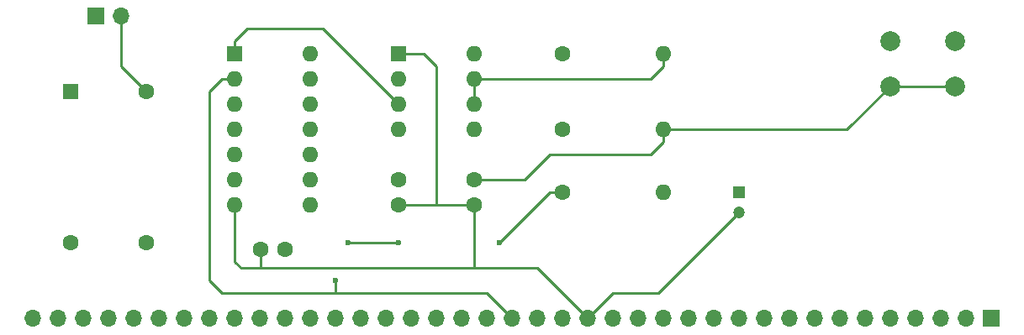
<source format=gtl>
G04 #@! TF.FileFunction,Copper,L1,Top,Signal*
%FSLAX46Y46*%
G04 Gerber Fmt 4.6, Leading zero omitted, Abs format (unit mm)*
G04 Created by KiCad (PCBNEW 4.0.6) date 05/15/17 22:27:35*
%MOMM*%
%LPD*%
G01*
G04 APERTURE LIST*
%ADD10C,0.100000*%
%ADD11C,1.600000*%
%ADD12O,1.600000X1.600000*%
%ADD13C,2.000000*%
%ADD14R,1.600000X1.600000*%
%ADD15R,1.200000X1.200000*%
%ADD16C,1.200000*%
%ADD17R,1.700000X1.700000*%
%ADD18O,1.700000X1.700000*%
%ADD19C,0.600000*%
%ADD20C,0.250000*%
G04 APERTURE END LIST*
D10*
D11*
X147320000Y-127000000D03*
D12*
X157480000Y-127000000D03*
D11*
X147320000Y-119380000D03*
D12*
X157480000Y-119380000D03*
D13*
X180340000Y-122610000D03*
X180340000Y-118110000D03*
X186840000Y-122610000D03*
X186840000Y-118110000D03*
D14*
X130810000Y-119380000D03*
D12*
X138430000Y-127000000D03*
X130810000Y-121920000D03*
X138430000Y-124460000D03*
X130810000Y-124460000D03*
X138430000Y-121920000D03*
X130810000Y-127000000D03*
X138430000Y-119380000D03*
D14*
X114300000Y-119380000D03*
D12*
X121920000Y-134620000D03*
X114300000Y-121920000D03*
X121920000Y-132080000D03*
X114300000Y-124460000D03*
X121920000Y-129540000D03*
X114300000Y-127000000D03*
X121920000Y-127000000D03*
X114300000Y-129540000D03*
X121920000Y-124460000D03*
X114300000Y-132080000D03*
X121920000Y-121920000D03*
X114300000Y-134620000D03*
X121920000Y-119380000D03*
D11*
X138430000Y-132080000D03*
X138430000Y-134580000D03*
D15*
X165100000Y-133350000D03*
D16*
X165100000Y-135350000D03*
D11*
X130810000Y-132080000D03*
X130810000Y-134580000D03*
X147320000Y-133350000D03*
D12*
X157480000Y-133350000D03*
D17*
X100330000Y-115570000D03*
D18*
X102870000Y-115570000D03*
D14*
X97790000Y-123190000D03*
D11*
X105410000Y-123190000D03*
X105410000Y-138430000D03*
X97790000Y-138430000D03*
D17*
X190500000Y-146050000D03*
D18*
X187960000Y-146050000D03*
X185420000Y-146050000D03*
X182880000Y-146050000D03*
X180340000Y-146050000D03*
X177800000Y-146050000D03*
X175260000Y-146050000D03*
X172720000Y-146050000D03*
X170180000Y-146050000D03*
X167640000Y-146050000D03*
X165100000Y-146050000D03*
X162560000Y-146050000D03*
X160020000Y-146050000D03*
X157480000Y-146050000D03*
X154940000Y-146050000D03*
X152400000Y-146050000D03*
X149860000Y-146050000D03*
X147320000Y-146050000D03*
X144780000Y-146050000D03*
X142240000Y-146050000D03*
X139700000Y-146050000D03*
X137160000Y-146050000D03*
X134620000Y-146050000D03*
X132080000Y-146050000D03*
X129540000Y-146050000D03*
X127000000Y-146050000D03*
X124460000Y-146050000D03*
X121920000Y-146050000D03*
X119380000Y-146050000D03*
X116840000Y-146050000D03*
X114300000Y-146050000D03*
X111760000Y-146050000D03*
X109220000Y-146050000D03*
X106680000Y-146050000D03*
X104140000Y-146050000D03*
X101600000Y-146050000D03*
X99060000Y-146050000D03*
X96520000Y-146050000D03*
X93980000Y-146050000D03*
D11*
X119380000Y-139065000D03*
X116880000Y-139065000D03*
D19*
X140970000Y-138430000D03*
X130810000Y-138430000D03*
X125730000Y-138430000D03*
X124460000Y-142240000D03*
D20*
X138430000Y-132080000D02*
X142240000Y-132080000D01*
X146050000Y-129540000D02*
X156210000Y-129540000D01*
X143510000Y-132080000D02*
X146050000Y-129540000D01*
X142240000Y-132080000D02*
X143510000Y-132080000D01*
X157480000Y-127000000D02*
X175950000Y-127000000D01*
X175950000Y-127000000D02*
X180340000Y-122610000D01*
X180340000Y-122610000D02*
X186840000Y-122610000D01*
X157480000Y-128270000D02*
X157480000Y-127000000D01*
X156210000Y-129540000D02*
X157480000Y-128270000D01*
X116880000Y-139065000D02*
X116880000Y-140930000D01*
X116880000Y-140930000D02*
X116840000Y-140970000D01*
X114300000Y-138430000D02*
X114300000Y-140335000D01*
X114935000Y-140970000D02*
X116840000Y-140970000D01*
X114300000Y-140335000D02*
X114935000Y-140970000D01*
X149860000Y-146050000D02*
X144780000Y-140970000D01*
X144780000Y-140970000D02*
X138430000Y-140970000D01*
X149860000Y-146050000D02*
X152400000Y-143510000D01*
X156940000Y-143510000D02*
X165100000Y-135350000D01*
X152400000Y-143510000D02*
X156940000Y-143510000D01*
X130810000Y-119380000D02*
X133350000Y-119380000D01*
X134620000Y-120650000D02*
X134620000Y-134580000D01*
X133350000Y-119380000D02*
X134620000Y-120650000D01*
X138430000Y-134580000D02*
X134620000Y-134580000D01*
X134620000Y-134580000D02*
X130810000Y-134580000D01*
X138430000Y-134580000D02*
X138430000Y-140970000D01*
X114300000Y-134620000D02*
X114300000Y-138430000D01*
X116840000Y-140970000D02*
X138430000Y-140970000D01*
X138430000Y-121920000D02*
X138430000Y-124460000D01*
X138430000Y-121920000D02*
X156210000Y-121920000D01*
X157480000Y-120650000D02*
X157480000Y-119380000D01*
X156210000Y-121920000D02*
X157480000Y-120650000D01*
X111760000Y-138430000D02*
X111760000Y-142240000D01*
X113030000Y-143510000D02*
X116840000Y-143510000D01*
X111760000Y-142240000D02*
X113030000Y-143510000D01*
X147320000Y-133350000D02*
X146050000Y-133350000D01*
X144780000Y-134620000D02*
X140970000Y-138430000D01*
X130810000Y-138430000D02*
X125730000Y-138430000D01*
X124460000Y-142240000D02*
X124460000Y-143510000D01*
X146050000Y-133350000D02*
X144780000Y-134620000D01*
X114300000Y-121920000D02*
X113030000Y-121920000D01*
X139700000Y-143510000D02*
X142240000Y-146050000D01*
X116840000Y-143510000D02*
X124460000Y-143510000D01*
X124460000Y-143510000D02*
X139700000Y-143510000D01*
X111760000Y-123190000D02*
X111760000Y-138430000D01*
X113030000Y-121920000D02*
X111760000Y-123190000D01*
X130810000Y-124460000D02*
X123190000Y-116840000D01*
X114300000Y-118110000D02*
X114300000Y-119380000D01*
X115570000Y-116840000D02*
X114300000Y-118110000D01*
X123190000Y-116840000D02*
X115570000Y-116840000D01*
X102870000Y-115570000D02*
X102870000Y-120650000D01*
X102870000Y-120650000D02*
X105410000Y-123190000D01*
M02*

</source>
